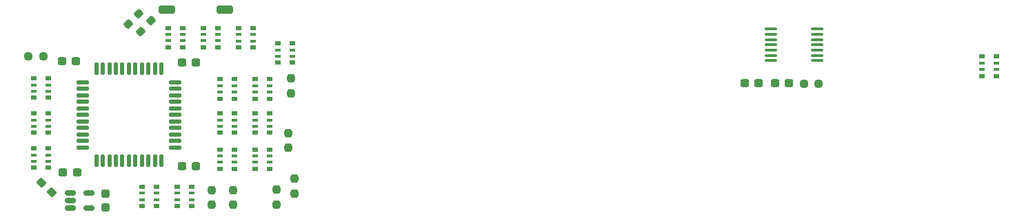
<source format=gbr>
%TF.GenerationSoftware,KiCad,Pcbnew,(6.0.4)*%
%TF.CreationDate,2022-06-19T08:58:44+02:00*%
%TF.ProjectId,n64rgb_v3,6e363472-6762-45f7-9633-2e6b69636164,20220523*%
%TF.SameCoordinates,Original*%
%TF.FileFunction,Paste,Top*%
%TF.FilePolarity,Positive*%
%FSLAX46Y46*%
G04 Gerber Fmt 4.6, Leading zero omitted, Abs format (unit mm)*
G04 Created by KiCad (PCBNEW (6.0.4)) date 2022-06-19 08:58:44*
%MOMM*%
%LPD*%
G01*
G04 APERTURE LIST*
G04 Aperture macros list*
%AMRoundRect*
0 Rectangle with rounded corners*
0 $1 Rounding radius*
0 $2 $3 $4 $5 $6 $7 $8 $9 X,Y pos of 4 corners*
0 Add a 4 corners polygon primitive as box body*
4,1,4,$2,$3,$4,$5,$6,$7,$8,$9,$2,$3,0*
0 Add four circle primitives for the rounded corners*
1,1,$1+$1,$2,$3*
1,1,$1+$1,$4,$5*
1,1,$1+$1,$6,$7*
1,1,$1+$1,$8,$9*
0 Add four rect primitives between the rounded corners*
20,1,$1+$1,$2,$3,$4,$5,0*
20,1,$1+$1,$4,$5,$6,$7,0*
20,1,$1+$1,$6,$7,$8,$9,0*
20,1,$1+$1,$8,$9,$2,$3,0*%
G04 Aperture macros list end*
%ADD10RoundRect,0.237500X-0.300000X-0.237500X0.300000X-0.237500X0.300000X0.237500X-0.300000X0.237500X0*%
%ADD11RoundRect,0.237500X-0.008839X-0.344715X0.344715X0.008839X0.008839X0.344715X-0.344715X-0.008839X0*%
%ADD12R,0.800000X0.500000*%
%ADD13R,0.800000X0.400000*%
%ADD14RoundRect,0.237500X-0.237500X0.250000X-0.237500X-0.250000X0.237500X-0.250000X0.237500X0.250000X0*%
%ADD15RoundRect,0.237500X-0.237500X0.300000X-0.237500X-0.300000X0.237500X-0.300000X0.237500X0.300000X0*%
%ADD16RoundRect,0.100000X-0.637500X-0.100000X0.637500X-0.100000X0.637500X0.100000X-0.637500X0.100000X0*%
%ADD17RoundRect,0.237500X-0.250000X-0.237500X0.250000X-0.237500X0.250000X0.237500X-0.250000X0.237500X0*%
%ADD18RoundRect,0.237500X0.008839X0.344715X-0.344715X-0.008839X-0.008839X-0.344715X0.344715X0.008839X0*%
%ADD19RoundRect,0.137500X0.137500X-0.600000X0.137500X0.600000X-0.137500X0.600000X-0.137500X-0.600000X0*%
%ADD20RoundRect,0.137500X0.600000X-0.137500X0.600000X0.137500X-0.600000X0.137500X-0.600000X-0.137500X0*%
%ADD21RoundRect,0.237500X0.300000X0.237500X-0.300000X0.237500X-0.300000X-0.237500X0.300000X-0.237500X0*%
%ADD22RoundRect,0.237500X0.237500X-0.250000X0.237500X0.250000X-0.237500X0.250000X-0.237500X-0.250000X0*%
%ADD23RoundRect,0.250000X0.750000X-0.250000X0.750000X0.250000X-0.750000X0.250000X-0.750000X-0.250000X0*%
%ADD24RoundRect,0.237500X0.380070X-0.044194X-0.044194X0.380070X-0.380070X0.044194X0.044194X-0.380070X0*%
%ADD25RoundRect,0.150000X-0.512500X-0.150000X0.512500X-0.150000X0.512500X0.150000X-0.512500X0.150000X0*%
G04 APERTURE END LIST*
D10*
%TO.C,C1*%
X56668500Y-129794000D03*
X58393500Y-129794000D03*
%TD*%
D11*
%TO.C,R3*%
X50104765Y-112245235D03*
X51395235Y-110954765D03*
%TD*%
D12*
%TO.C,RN14*%
X65648000Y-127705000D03*
D13*
X65648000Y-128505000D03*
X65648000Y-129305000D03*
D12*
X65648000Y-130105000D03*
X67448000Y-130105000D03*
D13*
X67448000Y-129305000D03*
X67448000Y-128505000D03*
D12*
X67448000Y-127705000D03*
%TD*%
%TO.C,RN12*%
X61330000Y-127705000D03*
D13*
X61330000Y-128505000D03*
X61330000Y-129305000D03*
D12*
X61330000Y-130105000D03*
X63130000Y-130105000D03*
D13*
X63130000Y-129305000D03*
X63130000Y-128505000D03*
D12*
X63130000Y-127705000D03*
%TD*%
%TO.C,RN10*%
X65648000Y-119045000D03*
D13*
X65648000Y-119845000D03*
X65648000Y-120645000D03*
D12*
X65648000Y-121445000D03*
X67448000Y-121445000D03*
D13*
X67448000Y-120645000D03*
X67448000Y-119845000D03*
D12*
X67448000Y-119045000D03*
%TD*%
%TO.C,RN2*%
X38470000Y-123260000D03*
D13*
X38470000Y-124060000D03*
X38470000Y-124860000D03*
D12*
X38470000Y-125660000D03*
X40270000Y-125660000D03*
D13*
X40270000Y-124860000D03*
X40270000Y-124060000D03*
D12*
X40270000Y-123260000D03*
%TD*%
%TO.C,RN16*%
X154878200Y-116240000D03*
D13*
X154878200Y-117040000D03*
X154878200Y-117840000D03*
D12*
X154878200Y-118640000D03*
X156678200Y-118640000D03*
D13*
X156678200Y-117840000D03*
X156678200Y-117040000D03*
D12*
X156678200Y-116240000D03*
%TD*%
D14*
%TO.C,R9*%
X62920000Y-132707500D03*
X62920000Y-134532500D03*
%TD*%
%TO.C,R4*%
X70104000Y-118975500D03*
X70104000Y-120800500D03*
%TD*%
D15*
%TO.C,C8*%
X47300000Y-133137500D03*
X47300000Y-134862500D03*
%TD*%
D12*
%TO.C,RN13*%
X51800000Y-132300000D03*
D13*
X51800000Y-133100000D03*
X51800000Y-133900000D03*
D12*
X51800000Y-134700000D03*
X53600000Y-134700000D03*
D13*
X53600000Y-133900000D03*
X53600000Y-133100000D03*
D12*
X53600000Y-132300000D03*
%TD*%
D10*
%TO.C,C4*%
X56668500Y-116967000D03*
X58393500Y-116967000D03*
%TD*%
D16*
%TO.C,U2*%
X128963500Y-112858000D03*
X128963500Y-113508000D03*
X128963500Y-114158000D03*
X128963500Y-114808000D03*
X128963500Y-115458000D03*
X128963500Y-116108000D03*
X128963500Y-116758000D03*
X134688500Y-116758000D03*
X134688500Y-116108000D03*
X134688500Y-115458000D03*
X134688500Y-114808000D03*
X134688500Y-114158000D03*
X134688500Y-113508000D03*
X134688500Y-112858000D03*
%TD*%
D17*
%TO.C,R10*%
X133021700Y-119583200D03*
X134846700Y-119583200D03*
%TD*%
D18*
%TO.C,R2*%
X52895235Y-111854765D03*
X51604765Y-113145235D03*
%TD*%
D14*
%TO.C,R8*%
X68300000Y-132687500D03*
X68300000Y-134512500D03*
%TD*%
D19*
%TO.C,U1*%
X46165000Y-129106500D03*
X46965000Y-129106500D03*
X47765000Y-129106500D03*
X48565000Y-129106500D03*
X49365000Y-129106500D03*
X50165000Y-129106500D03*
X50965000Y-129106500D03*
X51765000Y-129106500D03*
X52565000Y-129106500D03*
X53365000Y-129106500D03*
X54165000Y-129106500D03*
D20*
X55827500Y-127444000D03*
X55827500Y-126644000D03*
X55827500Y-125844000D03*
X55827500Y-125044000D03*
X55827500Y-124244000D03*
X55827500Y-123444000D03*
X55827500Y-122644000D03*
X55827500Y-121844000D03*
X55827500Y-121044000D03*
X55827500Y-120244000D03*
X55827500Y-119444000D03*
D19*
X54165000Y-117781500D03*
X53365000Y-117781500D03*
X52565000Y-117781500D03*
X51765000Y-117781500D03*
X50965000Y-117781500D03*
X50165000Y-117781500D03*
X49365000Y-117781500D03*
X48565000Y-117781500D03*
X47765000Y-117781500D03*
X46965000Y-117781500D03*
X46165000Y-117781500D03*
D20*
X44502500Y-119444000D03*
X44502500Y-120244000D03*
X44502500Y-121044000D03*
X44502500Y-121844000D03*
X44502500Y-122644000D03*
X44502500Y-123444000D03*
X44502500Y-124244000D03*
X44502500Y-125044000D03*
X44502500Y-125844000D03*
X44502500Y-126644000D03*
X44502500Y-127444000D03*
%TD*%
D14*
%TO.C,R6*%
X60350000Y-132707500D03*
X60350000Y-134532500D03*
%TD*%
D21*
%TO.C,C5*%
X127481500Y-119557800D03*
X125756500Y-119557800D03*
%TD*%
D12*
%TO.C,RN3*%
X38470000Y-127578000D03*
D13*
X38470000Y-128378000D03*
X38470000Y-129178000D03*
D12*
X38470000Y-129978000D03*
X40270000Y-129978000D03*
D13*
X40270000Y-129178000D03*
X40270000Y-128378000D03*
D12*
X40270000Y-127578000D03*
%TD*%
%TO.C,RN9*%
X61330000Y-123260000D03*
D13*
X61330000Y-124060000D03*
X61330000Y-124860000D03*
D12*
X61330000Y-125660000D03*
X63130000Y-125660000D03*
D13*
X63130000Y-124860000D03*
X63130000Y-124060000D03*
D12*
X63130000Y-123260000D03*
%TD*%
%TO.C,RN11*%
X65650000Y-123260000D03*
D13*
X65650000Y-124060000D03*
X65650000Y-124860000D03*
D12*
X65650000Y-125660000D03*
X67450000Y-125660000D03*
D13*
X67450000Y-124860000D03*
X67450000Y-124060000D03*
D12*
X67450000Y-123260000D03*
%TD*%
%TO.C,RN8*%
X61330000Y-119045000D03*
D13*
X61330000Y-119845000D03*
X61330000Y-120645000D03*
D12*
X61330000Y-121445000D03*
X63130000Y-121445000D03*
D13*
X63130000Y-120645000D03*
X63130000Y-119845000D03*
D12*
X63130000Y-119045000D03*
%TD*%
D22*
%TO.C,R7*%
X70500000Y-133162500D03*
X70500000Y-131337500D03*
%TD*%
D12*
%TO.C,RN4*%
X54980000Y-112719000D03*
D13*
X54980000Y-113519000D03*
X54980000Y-114319000D03*
D12*
X54980000Y-115119000D03*
X56780000Y-115119000D03*
D13*
X56780000Y-114319000D03*
X56780000Y-113519000D03*
D12*
X56780000Y-112719000D03*
%TD*%
D10*
%TO.C,C6*%
X129515700Y-119557800D03*
X131240700Y-119557800D03*
%TD*%
D12*
%TO.C,RN1*%
X38470000Y-118942000D03*
D13*
X38470000Y-119742000D03*
X38470000Y-120542000D03*
D12*
X38470000Y-121342000D03*
X40270000Y-121342000D03*
D13*
X40270000Y-120542000D03*
X40270000Y-119742000D03*
D12*
X40270000Y-118942000D03*
%TD*%
D14*
%TO.C,R5*%
X69723000Y-125683000D03*
X69723000Y-127508000D03*
%TD*%
D21*
%TO.C,C2*%
X43661500Y-116840000D03*
X41936500Y-116840000D03*
%TD*%
D12*
%TO.C,RN5*%
X63616000Y-112741000D03*
D13*
X63616000Y-113541000D03*
X63616000Y-114341000D03*
D12*
X63616000Y-115141000D03*
X65416000Y-115141000D03*
D13*
X65416000Y-114341000D03*
X65416000Y-113541000D03*
D12*
X65416000Y-112741000D03*
%TD*%
%TO.C,RN7*%
X68442000Y-114624000D03*
D13*
X68442000Y-115424000D03*
X68442000Y-116224000D03*
D12*
X68442000Y-117024000D03*
X70242000Y-117024000D03*
D13*
X70242000Y-116224000D03*
X70242000Y-115424000D03*
D12*
X70242000Y-114624000D03*
%TD*%
D21*
%TO.C,C3*%
X43812500Y-130500000D03*
X42087500Y-130500000D03*
%TD*%
D12*
%TO.C,RN6*%
X59298000Y-112719000D03*
D13*
X59298000Y-113519000D03*
X59298000Y-114319000D03*
D12*
X59298000Y-115119000D03*
X61098000Y-115119000D03*
D13*
X61098000Y-114319000D03*
X61098000Y-113519000D03*
D12*
X61098000Y-112719000D03*
%TD*%
%TO.C,RN15*%
X56099000Y-132300000D03*
D13*
X56099000Y-133100000D03*
X56099000Y-133900000D03*
D12*
X56099000Y-134700000D03*
X57899000Y-134700000D03*
D13*
X57899000Y-133900000D03*
X57899000Y-133100000D03*
D12*
X57899000Y-132300000D03*
%TD*%
D23*
%TO.C,J7*%
X54787800Y-110438344D03*
%TD*%
D17*
%TO.C,R1*%
X37822500Y-116205000D03*
X39647500Y-116205000D03*
%TD*%
D24*
%TO.C,C7*%
X40659880Y-133009880D03*
X39440120Y-131790120D03*
%TD*%
D23*
%TO.C,J8*%
X61899800Y-110428772D03*
%TD*%
D25*
%TO.C,U3*%
X42962500Y-133050000D03*
X42962500Y-134000000D03*
X42962500Y-134950000D03*
X45237500Y-134950000D03*
X45237500Y-133050000D03*
%TD*%
M02*

</source>
